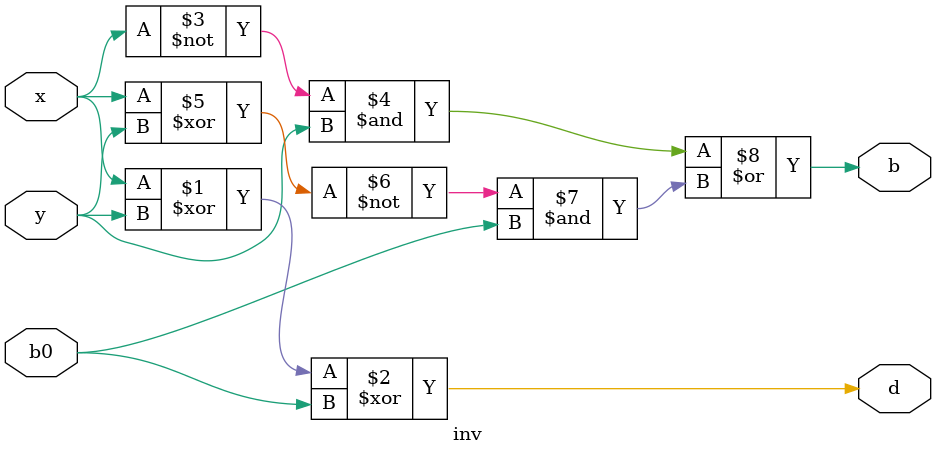
<source format=v>
`timescale 1ns / 1ps


module inv(
    input x, y, b0,
    output d, b
);

assign d = x^y^b0;
assign b = ((~x)&y)|((~(x^y))&b0);

endmodule
</source>
